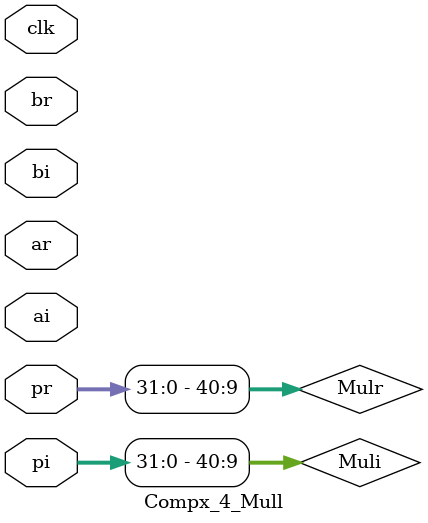
<source format=v>
`timescale 1ns / 1ps
module Compx_4_Mull(
input clk ,

input [24:0] ar,
input [24:0] ai,
input [15:0] br,
input [15:0] bi,
input [31:0] pr,    
input [31:0] pi
);

reg signed [24:0]	ar_d, ai_d;
reg signed [15:0]	br_d, bi_d;
always @(posedge clk)
  begin
    ar_d <= ar;
    ai_d <= ai;
    br_d <= br;
    bi_d <= bi;
  end
reg signed [40:0]	arbr;
reg signed [40:0]	arbi;
reg signed [40:0]	aibr;
reg signed [40:0]	aibi;
always @(posedge clk)
 begin
    arbr <= ar_d*br_d;
    arbi <= ar_d*bi_d;
    aibr <= ai_d*br_d;
    aibi <= ai_d*bi_d;
 end
reg signed [40:0]	Mulr;
reg signed [40:0]	Muli;

always @(posedge clk)
 begin
    Mulr <= arbr - aibi;
    Muli <= arbi + aibr;
 end
assign pr = Mulr[40:9];    
assign pi = Muli[40:9];

endmodule
</source>
